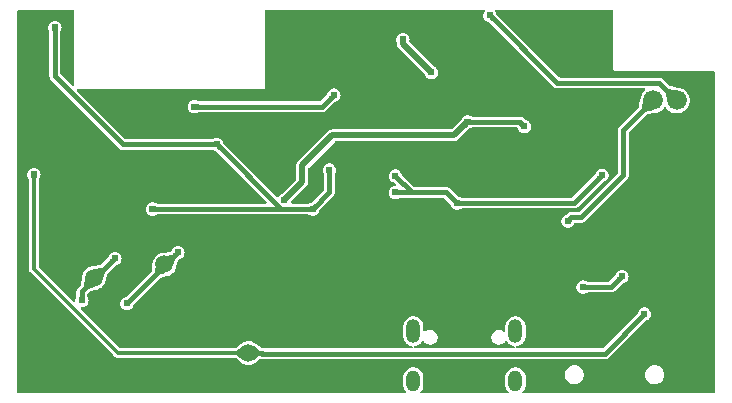
<source format=gbl>
G04 Layer: BottomLayer*
G04 EasyEDA v6.5.22, 2023-01-18 22:00:42*
G04 8e8bbbff4294455ebee03c083efee197,a9f00e695b414744abbaf3eb758947ea,10*
G04 Gerber Generator version 0.2*
G04 Scale: 100 percent, Rotated: No, Reflected: No *
G04 Dimensions in millimeters *
G04 leading zeros omitted , absolute positions ,4 integer and 5 decimal *
%FSLAX45Y45*%
%MOMM*%

%ADD10C,0.4000*%
%ADD11C,0.3000*%
%ADD12C,0.5000*%
%ADD13C,1.5000*%
%ADD14C,1.6764*%
%ADD15O,1.1999976X1.7999964*%
%ADD16O,1.1999976X1.9999959999999999*%
%ADD17C,0.6100*%
%ADD18C,0.6096*%
%ADD19C,0.0120*%

%LPD*%
G36*
X2068068Y5613908D02*
G01*
X2064156Y5614670D01*
X2060905Y5616905D01*
X2058670Y5620156D01*
X2057907Y5624068D01*
X2057907Y8853932D01*
X2058670Y8857843D01*
X2060905Y8861094D01*
X2064156Y8863330D01*
X2068068Y8864092D01*
X2529840Y8864092D01*
X2533751Y8863330D01*
X2537002Y8861094D01*
X2539238Y8857843D01*
X2540000Y8853932D01*
X2540000Y8223300D01*
X2539238Y8219389D01*
X2537002Y8216087D01*
X2533751Y8213902D01*
X2529840Y8213140D01*
X2525928Y8213902D01*
X2522677Y8216087D01*
X2423769Y8314994D01*
X2421585Y8318296D01*
X2420823Y8322157D01*
X2420823Y8668258D01*
X2422296Y8679992D01*
X2423160Y8682990D01*
X2427884Y8692946D01*
X2430424Y8702395D01*
X2431288Y8712200D01*
X2430424Y8722004D01*
X2427884Y8731504D01*
X2423718Y8740394D01*
X2418080Y8748420D01*
X2411120Y8755380D01*
X2403094Y8761018D01*
X2394204Y8765184D01*
X2384704Y8767724D01*
X2374900Y8768588D01*
X2365095Y8767724D01*
X2355596Y8765184D01*
X2346706Y8761018D01*
X2338679Y8755380D01*
X2331720Y8748420D01*
X2326081Y8740394D01*
X2321915Y8731504D01*
X2319375Y8722004D01*
X2318512Y8712200D01*
X2319375Y8702395D01*
X2321915Y8692946D01*
X2326640Y8682990D01*
X2327503Y8679992D01*
X2328976Y8668258D01*
X2329027Y8297164D01*
X2330246Y8288426D01*
X2332939Y8280400D01*
X2337054Y8273034D01*
X2342794Y8266125D01*
X2921050Y7687919D01*
X2928112Y7682585D01*
X2935681Y7678826D01*
X2943809Y7676540D01*
X2952699Y7675676D01*
X3702608Y7675676D01*
X3714343Y7674203D01*
X3717290Y7673340D01*
X3727246Y7668666D01*
X3731717Y7667447D01*
X3735273Y7665720D01*
X3745077Y7658100D01*
X4164431Y7238746D01*
X4166615Y7235444D01*
X4167378Y7231583D01*
X4166615Y7227671D01*
X4164431Y7224369D01*
X4161129Y7222185D01*
X4157218Y7221423D01*
X3244291Y7221423D01*
X3232556Y7222896D01*
X3229610Y7223759D01*
X3219653Y7228433D01*
X3210204Y7230973D01*
X3200400Y7231837D01*
X3190595Y7230973D01*
X3181146Y7228433D01*
X3172206Y7224318D01*
X3164179Y7218680D01*
X3157220Y7211720D01*
X3151581Y7203694D01*
X3147466Y7194753D01*
X3144926Y7185304D01*
X3144062Y7175500D01*
X3144926Y7165695D01*
X3147466Y7156246D01*
X3151581Y7147306D01*
X3157220Y7139279D01*
X3164179Y7132320D01*
X3172206Y7126681D01*
X3181146Y7122566D01*
X3190595Y7120026D01*
X3200400Y7119162D01*
X3210204Y7120026D01*
X3219653Y7122566D01*
X3229610Y7127240D01*
X3232556Y7128103D01*
X3244291Y7129576D01*
X4515408Y7129576D01*
X4527143Y7128103D01*
X4530090Y7127240D01*
X4540046Y7122566D01*
X4549495Y7120026D01*
X4559300Y7119162D01*
X4569104Y7120026D01*
X4578553Y7122566D01*
X4587494Y7126681D01*
X4595520Y7132320D01*
X4602480Y7139279D01*
X4608118Y7147306D01*
X4612233Y7156246D01*
X4613452Y7160717D01*
X4615180Y7164273D01*
X4622800Y7174077D01*
X4732680Y7284008D01*
X4738014Y7291070D01*
X4741773Y7298639D01*
X4744059Y7306767D01*
X4744923Y7315657D01*
X4744923Y7461808D01*
X4746396Y7473543D01*
X4747260Y7476490D01*
X4751933Y7486446D01*
X4754473Y7495895D01*
X4755337Y7505700D01*
X4754473Y7515504D01*
X4751933Y7524953D01*
X4747818Y7533894D01*
X4742180Y7541920D01*
X4735220Y7548880D01*
X4727194Y7554518D01*
X4718253Y7558633D01*
X4708804Y7561173D01*
X4699000Y7562037D01*
X4689195Y7561173D01*
X4679746Y7558633D01*
X4670806Y7554518D01*
X4662779Y7548880D01*
X4655820Y7541920D01*
X4650181Y7533894D01*
X4646066Y7524953D01*
X4643526Y7515504D01*
X4642662Y7505700D01*
X4643526Y7495895D01*
X4646066Y7486446D01*
X4650740Y7476490D01*
X4651603Y7473543D01*
X4653076Y7461808D01*
X4653076Y7338415D01*
X4652314Y7334554D01*
X4650130Y7331252D01*
X4557877Y7239000D01*
X4548073Y7231380D01*
X4544517Y7229652D01*
X4540046Y7228433D01*
X4530090Y7223759D01*
X4527143Y7222896D01*
X4515408Y7221423D01*
X4384243Y7221423D01*
X4380331Y7222185D01*
X4377029Y7224369D01*
X4374845Y7227671D01*
X4374083Y7231583D01*
X4374845Y7235444D01*
X4377029Y7238746D01*
X4506264Y7367930D01*
X4509414Y7371384D01*
X4512106Y7374890D01*
X4514494Y7378649D01*
X4516526Y7382611D01*
X4518253Y7386675D01*
X4519574Y7390942D01*
X4520539Y7395260D01*
X4521098Y7399680D01*
X4521301Y7404303D01*
X4521301Y7518501D01*
X4522063Y7522413D01*
X4524298Y7525664D01*
X4742535Y7743901D01*
X4745786Y7746136D01*
X4749698Y7746898D01*
X5752896Y7746898D01*
X5757519Y7747101D01*
X5761939Y7747660D01*
X5766257Y7748625D01*
X5770524Y7749946D01*
X5774588Y7751673D01*
X5778550Y7753705D01*
X5782310Y7756093D01*
X5785815Y7758785D01*
X5789269Y7761935D01*
X5884926Y7857642D01*
X5887770Y7859623D01*
X5896610Y7863840D01*
X5899607Y7864703D01*
X5911342Y7866176D01*
X6286144Y7866176D01*
X6290462Y7865262D01*
X6293967Y7862570D01*
X6295948Y7858658D01*
X6297015Y7854696D01*
X6301181Y7845806D01*
X6306820Y7837779D01*
X6313779Y7830820D01*
X6321806Y7825181D01*
X6330696Y7821015D01*
X6340195Y7818475D01*
X6350000Y7817612D01*
X6359804Y7818475D01*
X6369304Y7821015D01*
X6378194Y7825181D01*
X6386220Y7830820D01*
X6393180Y7837779D01*
X6398818Y7845806D01*
X6402984Y7854696D01*
X6405524Y7864195D01*
X6406388Y7874000D01*
X6405524Y7883804D01*
X6402984Y7893303D01*
X6398818Y7902194D01*
X6393180Y7910220D01*
X6386220Y7917180D01*
X6378194Y7922818D01*
X6369304Y7926984D01*
X6364782Y7928203D01*
X6361226Y7929930D01*
X6351270Y7937601D01*
X6342989Y7945831D01*
X6336030Y7951114D01*
X6328460Y7954873D01*
X6320332Y7957159D01*
X6311442Y7958023D01*
X5911342Y7958023D01*
X5899607Y7959496D01*
X5896610Y7960359D01*
X5886653Y7965084D01*
X5877204Y7967624D01*
X5867400Y7968488D01*
X5857595Y7967624D01*
X5848096Y7965084D01*
X5839206Y7960918D01*
X5831179Y7955280D01*
X5824220Y7948320D01*
X5818581Y7940294D01*
X5814974Y7932521D01*
X5812942Y7929625D01*
X5734964Y7851698D01*
X5731713Y7849463D01*
X5727801Y7848701D01*
X4724603Y7848701D01*
X4719980Y7848498D01*
X4715560Y7847939D01*
X4711242Y7846974D01*
X4706975Y7845653D01*
X4702911Y7843926D01*
X4698949Y7841894D01*
X4695190Y7839506D01*
X4691684Y7836814D01*
X4688230Y7833664D01*
X4434535Y7579969D01*
X4431385Y7576515D01*
X4428693Y7573009D01*
X4426305Y7569250D01*
X4424273Y7565288D01*
X4422546Y7561224D01*
X4421225Y7556957D01*
X4420260Y7552639D01*
X4419701Y7548219D01*
X4419498Y7543596D01*
X4419498Y7429398D01*
X4418736Y7425486D01*
X4416501Y7422235D01*
X4300423Y7306106D01*
X4297527Y7304074D01*
X4289806Y7300518D01*
X4281779Y7294880D01*
X4274820Y7287920D01*
X4269536Y7280351D01*
X4266285Y7277404D01*
X4262120Y7276033D01*
X4257751Y7276642D01*
X4254042Y7278979D01*
X3810000Y7723022D01*
X3802379Y7732826D01*
X3800652Y7736382D01*
X3799433Y7740853D01*
X3795318Y7749794D01*
X3789679Y7757820D01*
X3782720Y7764780D01*
X3774694Y7770418D01*
X3765753Y7774533D01*
X3756304Y7777073D01*
X3746500Y7777937D01*
X3736695Y7777073D01*
X3727246Y7774533D01*
X3717290Y7769859D01*
X3714343Y7768996D01*
X3702608Y7767523D01*
X2975457Y7767523D01*
X2971596Y7768285D01*
X2968294Y7770469D01*
X2564587Y8174177D01*
X2562402Y8177428D01*
X2561640Y8181340D01*
X2562402Y8185251D01*
X2564587Y8188502D01*
X2567889Y8190738D01*
X2571800Y8191500D01*
X4151884Y8191500D01*
X4152900Y8192516D01*
X4152900Y8853932D01*
X4153662Y8857843D01*
X4155897Y8861094D01*
X4159148Y8863330D01*
X4163060Y8864092D01*
X6005068Y8864092D01*
X6009386Y8863126D01*
X6012840Y8860485D01*
X6014872Y8856573D01*
X6015075Y8852154D01*
X6013399Y8848090D01*
X6009081Y8841994D01*
X6004966Y8833053D01*
X6002426Y8823604D01*
X6001562Y8813800D01*
X6002426Y8803995D01*
X6004966Y8794546D01*
X6009081Y8785606D01*
X6014720Y8777579D01*
X6021679Y8770620D01*
X6029706Y8764981D01*
X6038646Y8760866D01*
X6043117Y8759647D01*
X6046673Y8757920D01*
X6056477Y8750300D01*
X6598208Y8208619D01*
X6605270Y8203285D01*
X6612839Y8199526D01*
X6620967Y8197240D01*
X6629857Y8196376D01*
X7364730Y8196376D01*
X7368794Y8195564D01*
X7372197Y8193125D01*
X7374331Y8189569D01*
X7374890Y8185454D01*
X7373721Y8181492D01*
X7371080Y8178292D01*
X7367828Y8175701D01*
X7358024Y8165592D01*
X7349642Y8154314D01*
X7342733Y8142071D01*
X7337450Y8129066D01*
X7333894Y8115401D01*
X7332319Y8103717D01*
X7322921Y8043519D01*
X7321956Y8040522D01*
X7320076Y8037931D01*
X7153859Y7871663D01*
X7148575Y7864602D01*
X7144816Y7857032D01*
X7142480Y7848904D01*
X7141667Y7840014D01*
X7141667Y7482687D01*
X7140905Y7478826D01*
X7138670Y7475524D01*
X6815937Y7152741D01*
X6812635Y7150557D01*
X6808724Y7149795D01*
X6746494Y7149744D01*
X6737756Y7148525D01*
X6729730Y7145832D01*
X6722313Y7141667D01*
X6707073Y7129780D01*
X6703517Y7128052D01*
X6699046Y7126833D01*
X6690106Y7122718D01*
X6682079Y7117080D01*
X6675120Y7110120D01*
X6669481Y7102094D01*
X6665366Y7093153D01*
X6662826Y7083704D01*
X6661962Y7073900D01*
X6662826Y7064095D01*
X6665366Y7054646D01*
X6669481Y7045706D01*
X6675120Y7037679D01*
X6682079Y7030720D01*
X6690106Y7025081D01*
X6699046Y7020966D01*
X6708495Y7018426D01*
X6718300Y7017562D01*
X6728104Y7018426D01*
X6737553Y7020966D01*
X6746494Y7025081D01*
X6754520Y7030720D01*
X6761480Y7037679D01*
X6767118Y7045706D01*
X6770065Y7052106D01*
X6772300Y7055205D01*
X6775551Y7057237D01*
X6779259Y7057948D01*
X6833717Y7057999D01*
X6842455Y7059218D01*
X6850481Y7061911D01*
X6857898Y7066025D01*
X6864756Y7071766D01*
X7221270Y7428280D01*
X7226553Y7435342D01*
X7230313Y7442911D01*
X7232650Y7451039D01*
X7233462Y7459929D01*
X7233462Y7817256D01*
X7234224Y7821117D01*
X7236459Y7824419D01*
X7384999Y7973009D01*
X7387590Y7974888D01*
X7390638Y7975853D01*
X7451242Y7985252D01*
X7459014Y7986166D01*
X7472781Y7989316D01*
X7485989Y7994142D01*
X7498435Y8000644D01*
X7509967Y8008721D01*
X7520381Y8018170D01*
X7529474Y8028838D01*
X7532776Y8033867D01*
X7535468Y8036661D01*
X7539024Y8038236D01*
X7542885Y8038388D01*
X7546543Y8037017D01*
X7549438Y8034426D01*
X7557668Y8023352D01*
X7567472Y8013242D01*
X7578445Y8004505D01*
X7590485Y7997190D01*
X7603337Y7991500D01*
X7616799Y7987538D01*
X7630668Y7985252D01*
X7644739Y7984845D01*
X7658709Y7986166D01*
X7672425Y7989316D01*
X7685633Y7994142D01*
X7698079Y8000644D01*
X7709611Y8008721D01*
X7720025Y8018170D01*
X7729118Y8028838D01*
X7736789Y8040624D01*
X7742885Y8053324D01*
X7747304Y8066633D01*
X7749997Y8080451D01*
X7750911Y8094472D01*
X7749997Y8108492D01*
X7747304Y8122310D01*
X7742885Y8135620D01*
X7736789Y8148320D01*
X7729118Y8160105D01*
X7720025Y8170773D01*
X7709611Y8180222D01*
X7698079Y8188299D01*
X7685633Y8194802D01*
X7672425Y8199628D01*
X7658658Y8202777D01*
X7650429Y8203742D01*
X7590129Y8213090D01*
X7587081Y8214106D01*
X7584490Y8215985D01*
X7524445Y8275980D01*
X7517384Y8281314D01*
X7509814Y8285073D01*
X7501686Y8287359D01*
X7492796Y8288223D01*
X6652615Y8288223D01*
X6648754Y8288985D01*
X6645452Y8291169D01*
X6121400Y8815222D01*
X6113780Y8825026D01*
X6112052Y8828582D01*
X6110833Y8833053D01*
X6106718Y8841994D01*
X6102400Y8848090D01*
X6100724Y8852154D01*
X6100927Y8856573D01*
X6102959Y8860485D01*
X6106414Y8863126D01*
X6110732Y8864092D01*
X7088631Y8864092D01*
X7092543Y8863330D01*
X7095794Y8861094D01*
X7098030Y8857843D01*
X7098792Y8853932D01*
X7098792Y8369909D01*
X7099604Y8363407D01*
X7101687Y8357870D01*
X7105243Y8352739D01*
X7108240Y8349691D01*
X7111847Y8347049D01*
X7117384Y8344560D01*
X7124852Y8343392D01*
X7952231Y8343392D01*
X7956143Y8342630D01*
X7959394Y8340394D01*
X7961630Y8337143D01*
X7962392Y8333231D01*
X7962392Y5624068D01*
X7961630Y5620156D01*
X7959394Y5616905D01*
X7956143Y5614670D01*
X7952231Y5613908D01*
X6343497Y5613908D01*
X6339586Y5614670D01*
X6336334Y5616905D01*
X6334099Y5620156D01*
X6333337Y5624068D01*
X6334099Y5627979D01*
X6336334Y5631230D01*
X6339382Y5634329D01*
X6346748Y5644134D01*
X6352641Y5654903D01*
X6356908Y5666384D01*
X6359499Y5678373D01*
X6360414Y5690920D01*
X6360414Y5750204D01*
X6359499Y5762802D01*
X6356908Y5774791D01*
X6352641Y5786272D01*
X6346748Y5796991D01*
X6339382Y5806795D01*
X6330746Y5815482D01*
X6320942Y5822848D01*
X6310172Y5828690D01*
X6298692Y5833008D01*
X6286703Y5835599D01*
X6274511Y5836462D01*
X6262268Y5835599D01*
X6250279Y5833008D01*
X6238798Y5828690D01*
X6228080Y5822848D01*
X6218275Y5815482D01*
X6209588Y5806795D01*
X6202222Y5796991D01*
X6196380Y5786272D01*
X6192113Y5774791D01*
X6189472Y5762802D01*
X6188608Y5750204D01*
X6188608Y5690920D01*
X6189472Y5678373D01*
X6192113Y5666384D01*
X6196380Y5654903D01*
X6202222Y5644134D01*
X6209588Y5634329D01*
X6212687Y5631230D01*
X6214872Y5627979D01*
X6215634Y5624068D01*
X6214872Y5620156D01*
X6212687Y5616905D01*
X6209385Y5614670D01*
X6205474Y5613908D01*
X5478526Y5613908D01*
X5474614Y5614670D01*
X5471312Y5616905D01*
X5469128Y5620156D01*
X5468366Y5624068D01*
X5469128Y5627979D01*
X5471312Y5631230D01*
X5474411Y5634329D01*
X5481777Y5644134D01*
X5487619Y5654903D01*
X5491886Y5666384D01*
X5494528Y5678373D01*
X5495391Y5690920D01*
X5495391Y5750204D01*
X5494528Y5762802D01*
X5491886Y5774791D01*
X5487619Y5786272D01*
X5481777Y5796991D01*
X5474411Y5806795D01*
X5465724Y5815482D01*
X5455920Y5822848D01*
X5445201Y5828690D01*
X5433720Y5833008D01*
X5421731Y5835599D01*
X5409488Y5836462D01*
X5397296Y5835599D01*
X5385308Y5833008D01*
X5373827Y5828690D01*
X5363057Y5822848D01*
X5353253Y5815482D01*
X5344617Y5806795D01*
X5337251Y5796991D01*
X5331358Y5786272D01*
X5327091Y5774791D01*
X5324500Y5762802D01*
X5323586Y5750204D01*
X5323586Y5690920D01*
X5324500Y5678373D01*
X5327091Y5666384D01*
X5331358Y5654903D01*
X5337251Y5644134D01*
X5344617Y5634329D01*
X5347665Y5631230D01*
X5349900Y5627979D01*
X5350662Y5624068D01*
X5349900Y5620156D01*
X5347665Y5616905D01*
X5344414Y5614670D01*
X5340502Y5613908D01*
G37*

%LPC*%
G36*
X7449058Y5692444D02*
G01*
X7460843Y5692902D01*
X7472476Y5695035D01*
X7483652Y5698845D01*
X7494117Y5704230D01*
X7503718Y5711139D01*
X7512253Y5719318D01*
X7519466Y5728665D01*
X7525258Y5738977D01*
X7529474Y5750001D01*
X7532014Y5761532D01*
X7532878Y5773267D01*
X7532014Y5785053D01*
X7529474Y5796584D01*
X7525258Y5807608D01*
X7519466Y5817920D01*
X7512253Y5827268D01*
X7503718Y5835446D01*
X7494117Y5842355D01*
X7483652Y5847740D01*
X7472476Y5851550D01*
X7460843Y5853684D01*
X7449058Y5854141D01*
X7437323Y5852820D01*
X7425893Y5849823D01*
X7415022Y5845200D01*
X7404963Y5839053D01*
X7395870Y5831535D01*
X7387996Y5822746D01*
X7381494Y5812891D01*
X7376464Y5802172D01*
X7373061Y5790895D01*
X7371334Y5779211D01*
X7371334Y5767374D01*
X7373061Y5755690D01*
X7376464Y5744413D01*
X7381494Y5733694D01*
X7387996Y5723839D01*
X7395870Y5715050D01*
X7404963Y5707532D01*
X7415022Y5701385D01*
X7425893Y5696762D01*
X7437323Y5693765D01*
G37*
G36*
X6769049Y5692444D02*
G01*
X6780834Y5692902D01*
X6792468Y5695035D01*
X6803644Y5698845D01*
X6814108Y5704230D01*
X6823709Y5711139D01*
X6832244Y5719318D01*
X6839458Y5728665D01*
X6845249Y5738977D01*
X6849465Y5750001D01*
X6852005Y5761532D01*
X6852869Y5773267D01*
X6852005Y5785053D01*
X6849465Y5796584D01*
X6845249Y5807608D01*
X6839458Y5817920D01*
X6832244Y5827268D01*
X6823709Y5835446D01*
X6814108Y5842355D01*
X6803644Y5847740D01*
X6792468Y5851550D01*
X6780834Y5853684D01*
X6769049Y5854141D01*
X6757314Y5852820D01*
X6745884Y5849823D01*
X6735013Y5845200D01*
X6724954Y5839053D01*
X6715861Y5831535D01*
X6707987Y5822746D01*
X6701485Y5812891D01*
X6696456Y5802172D01*
X6693052Y5790895D01*
X6691325Y5779211D01*
X6691325Y5767374D01*
X6693052Y5755690D01*
X6696456Y5744413D01*
X6701485Y5733694D01*
X6707987Y5723839D01*
X6715861Y5715050D01*
X6724954Y5707532D01*
X6735013Y5701385D01*
X6745884Y5696762D01*
X6757314Y5693765D01*
G37*
G36*
X4009847Y5855462D02*
G01*
X4023309Y5855919D01*
X4036568Y5858154D01*
X4049471Y5862167D01*
X4061663Y5867806D01*
X4073093Y5875121D01*
X4077512Y5878728D01*
X4113377Y5903468D01*
X4117492Y5905144D01*
X4121962Y5904890D01*
X4123334Y5904534D01*
X4132224Y5903671D01*
X7030872Y5903722D01*
X7039609Y5904941D01*
X7047636Y5907633D01*
X7055002Y5911748D01*
X7061911Y5917488D01*
X7367422Y6223000D01*
X7377226Y6230620D01*
X7380782Y6232347D01*
X7385253Y6233566D01*
X7394194Y6237681D01*
X7402220Y6243320D01*
X7409180Y6250279D01*
X7414818Y6258306D01*
X7418933Y6267246D01*
X7421473Y6276695D01*
X7422337Y6286500D01*
X7421473Y6296304D01*
X7418933Y6305753D01*
X7414818Y6314694D01*
X7409180Y6322720D01*
X7402220Y6329680D01*
X7394194Y6335318D01*
X7385253Y6339433D01*
X7375804Y6341973D01*
X7366000Y6342837D01*
X7356195Y6341973D01*
X7346746Y6339433D01*
X7337806Y6335318D01*
X7329779Y6329680D01*
X7322820Y6322720D01*
X7317181Y6314694D01*
X7313066Y6305753D01*
X7311847Y6301282D01*
X7310120Y6297726D01*
X7302500Y6287922D01*
X7013041Y5998464D01*
X7009739Y5996279D01*
X7005878Y5995517D01*
X6289040Y5995517D01*
X6284874Y5996381D01*
X6281470Y5998870D01*
X6279337Y6002528D01*
X6278930Y6006693D01*
X6280200Y6010706D01*
X6282994Y6013856D01*
X6286855Y6015583D01*
X6298692Y6018174D01*
X6310172Y6022441D01*
X6320942Y6028334D01*
X6330746Y6035649D01*
X6339382Y6044336D01*
X6346748Y6054140D01*
X6352641Y6064910D01*
X6356908Y6076391D01*
X6359499Y6088329D01*
X6360414Y6100927D01*
X6360414Y6180226D01*
X6359499Y6192774D01*
X6356908Y6204762D01*
X6352641Y6216243D01*
X6346748Y6227013D01*
X6339382Y6236817D01*
X6330746Y6245453D01*
X6320942Y6252819D01*
X6310172Y6258712D01*
X6298692Y6262979D01*
X6286703Y6265570D01*
X6274511Y6266434D01*
X6262268Y6265570D01*
X6250279Y6262979D01*
X6238798Y6258712D01*
X6228080Y6252819D01*
X6218275Y6245453D01*
X6209588Y6236817D01*
X6202222Y6227013D01*
X6196380Y6216243D01*
X6192113Y6204762D01*
X6189472Y6192774D01*
X6188608Y6180226D01*
X6188608Y6147308D01*
X6187592Y6142939D01*
X6184798Y6139434D01*
X6180734Y6137452D01*
X6176264Y6137402D01*
X6172200Y6139332D01*
X6166662Y6143599D01*
X6157468Y6148578D01*
X6147562Y6151981D01*
X6137249Y6153708D01*
X6126734Y6153708D01*
X6116421Y6151981D01*
X6106515Y6148578D01*
X6097320Y6143599D01*
X6089091Y6137198D01*
X6081979Y6129477D01*
X6076238Y6120739D01*
X6072073Y6111138D01*
X6069482Y6100978D01*
X6068618Y6090564D01*
X6069482Y6080150D01*
X6072073Y6069990D01*
X6076238Y6060389D01*
X6081979Y6051651D01*
X6089091Y6043930D01*
X6097320Y6037529D01*
X6106515Y6032550D01*
X6116421Y6029147D01*
X6126734Y6027420D01*
X6137249Y6027420D01*
X6147562Y6029147D01*
X6157468Y6032550D01*
X6166662Y6037529D01*
X6174892Y6043930D01*
X6182004Y6051651D01*
X6184493Y6055461D01*
X6187440Y6058408D01*
X6191300Y6059881D01*
X6195466Y6059728D01*
X6199225Y6057900D01*
X6209588Y6044336D01*
X6218275Y6035649D01*
X6228080Y6028334D01*
X6238798Y6022441D01*
X6250279Y6018174D01*
X6262116Y6015583D01*
X6265976Y6013856D01*
X6268770Y6010706D01*
X6270091Y6006693D01*
X6269634Y6002528D01*
X6267500Y5998870D01*
X6264097Y5996381D01*
X6259982Y5995517D01*
X5424017Y5995517D01*
X5419902Y5996381D01*
X5416499Y5998870D01*
X5414365Y6002528D01*
X5413908Y6006693D01*
X5415229Y6010706D01*
X5418023Y6013856D01*
X5421884Y6015583D01*
X5433720Y6018174D01*
X5445201Y6022441D01*
X5455920Y6028334D01*
X5465724Y6035649D01*
X5474411Y6044336D01*
X5482082Y6054750D01*
X5484774Y6057900D01*
X5488533Y6059728D01*
X5492699Y6059881D01*
X5496560Y6058408D01*
X5499506Y6055461D01*
X5501995Y6051651D01*
X5509107Y6043930D01*
X5517337Y6037529D01*
X5526532Y6032550D01*
X5536438Y6029147D01*
X5546750Y6027420D01*
X5557266Y6027420D01*
X5567578Y6029147D01*
X5577484Y6032550D01*
X5586679Y6037529D01*
X5594908Y6043930D01*
X5602020Y6051651D01*
X5607761Y6060389D01*
X5611926Y6069990D01*
X5614517Y6080150D01*
X5615381Y6090564D01*
X5614517Y6100978D01*
X5611926Y6111138D01*
X5607761Y6120739D01*
X5602020Y6129477D01*
X5594908Y6137198D01*
X5586679Y6143599D01*
X5577484Y6148578D01*
X5567578Y6151981D01*
X5557266Y6153708D01*
X5546750Y6153708D01*
X5536438Y6151981D01*
X5526532Y6148578D01*
X5517337Y6143599D01*
X5511800Y6139332D01*
X5507736Y6137402D01*
X5503265Y6137452D01*
X5499201Y6139434D01*
X5496407Y6142939D01*
X5495391Y6147308D01*
X5495391Y6180226D01*
X5494528Y6192774D01*
X5491886Y6204762D01*
X5487619Y6216243D01*
X5481777Y6227013D01*
X5474411Y6236817D01*
X5465724Y6245453D01*
X5455920Y6252819D01*
X5445201Y6258712D01*
X5433720Y6262979D01*
X5421731Y6265570D01*
X5409488Y6266434D01*
X5397296Y6265570D01*
X5385308Y6262979D01*
X5373827Y6258712D01*
X5363057Y6252819D01*
X5353253Y6245453D01*
X5344617Y6236817D01*
X5337251Y6227013D01*
X5331358Y6216243D01*
X5327091Y6204762D01*
X5324500Y6192774D01*
X5323586Y6180226D01*
X5323586Y6100927D01*
X5324500Y6088329D01*
X5327091Y6076391D01*
X5331358Y6064910D01*
X5337251Y6054140D01*
X5344617Y6044336D01*
X5353253Y6035649D01*
X5363057Y6028334D01*
X5373827Y6022441D01*
X5385308Y6018174D01*
X5397144Y6015583D01*
X5401005Y6013856D01*
X5403799Y6010706D01*
X5405069Y6006693D01*
X5404662Y6002528D01*
X5402529Y5998870D01*
X5399125Y5996381D01*
X5395010Y5995517D01*
X4151172Y5995517D01*
X4146600Y5996584D01*
X4141622Y5999073D01*
X4133443Y6001359D01*
X4125823Y6002070D01*
X4123334Y6002680D01*
X4120997Y6003848D01*
X4077512Y6033871D01*
X4073093Y6037478D01*
X4061663Y6044793D01*
X4049471Y6050432D01*
X4036568Y6054445D01*
X4023309Y6056680D01*
X4009847Y6057138D01*
X3996436Y6055766D01*
X3983329Y6052667D01*
X3970731Y6047790D01*
X3958945Y6041339D01*
X3947312Y6032703D01*
X3904894Y5999378D01*
X3901948Y5997752D01*
X3898595Y5997194D01*
X2929432Y5997194D01*
X2925572Y5997956D01*
X2922270Y6000191D01*
X2595270Y6327140D01*
X2593035Y6330594D01*
X2592324Y6334658D01*
X2593289Y6338620D01*
X2595727Y6341922D01*
X2599283Y6344005D01*
X2613304Y6345326D01*
X2622753Y6347866D01*
X2631694Y6351981D01*
X2639720Y6357620D01*
X2646680Y6364579D01*
X2652318Y6372606D01*
X2656433Y6381546D01*
X2658973Y6390995D01*
X2659837Y6400800D01*
X2658973Y6410604D01*
X2656433Y6420053D01*
X2651760Y6430010D01*
X2650896Y6432956D01*
X2649423Y6444691D01*
X2649423Y6453784D01*
X2650185Y6457645D01*
X2652369Y6460947D01*
X2666542Y6475120D01*
X2668574Y6476695D01*
X2671013Y6477711D01*
X2723286Y6492189D01*
X2728417Y6493154D01*
X2741371Y6497167D01*
X2753563Y6502806D01*
X2764942Y6510070D01*
X2775254Y6518757D01*
X2784297Y6528765D01*
X2791917Y6539890D01*
X2797962Y6551930D01*
X2802432Y6564680D01*
X2804210Y6573113D01*
X2818688Y6625386D01*
X2819704Y6627825D01*
X2821279Y6629857D01*
X2884322Y6692900D01*
X2894126Y6700520D01*
X2897682Y6702247D01*
X2902153Y6703466D01*
X2911094Y6707581D01*
X2919120Y6713220D01*
X2926080Y6720179D01*
X2931718Y6728206D01*
X2935833Y6737146D01*
X2938373Y6746595D01*
X2939237Y6756400D01*
X2938373Y6766204D01*
X2935833Y6775653D01*
X2931718Y6784594D01*
X2926080Y6792620D01*
X2919120Y6799580D01*
X2911094Y6805218D01*
X2902153Y6809333D01*
X2892704Y6811873D01*
X2882900Y6812737D01*
X2873095Y6811873D01*
X2863646Y6809333D01*
X2854706Y6805218D01*
X2846679Y6799580D01*
X2839720Y6792620D01*
X2834081Y6784594D01*
X2829966Y6775653D01*
X2828747Y6771182D01*
X2827020Y6767626D01*
X2819400Y6757822D01*
X2761335Y6699758D01*
X2758490Y6697776D01*
X2755138Y6696811D01*
X2704947Y6692087D01*
X2701747Y6692138D01*
X2688336Y6690766D01*
X2675229Y6687667D01*
X2662631Y6682790D01*
X2650794Y6676339D01*
X2639974Y6668363D01*
X2630271Y6658965D01*
X2621940Y6648399D01*
X2615082Y6636816D01*
X2609799Y6624370D01*
X2606243Y6611416D01*
X2604414Y6598005D01*
X2604312Y6591808D01*
X2599588Y6541262D01*
X2598623Y6537909D01*
X2596642Y6535064D01*
X2569819Y6508191D01*
X2564485Y6501130D01*
X2560726Y6493560D01*
X2558440Y6485432D01*
X2557576Y6476542D01*
X2557576Y6444691D01*
X2556103Y6432956D01*
X2555240Y6430010D01*
X2550566Y6420053D01*
X2548026Y6410604D01*
X2546705Y6396583D01*
X2544622Y6393027D01*
X2541320Y6390589D01*
X2537358Y6389624D01*
X2533294Y6390335D01*
X2529840Y6392570D01*
X2240991Y6681470D01*
X2238756Y6684772D01*
X2237994Y6688632D01*
X2237994Y7419695D01*
X2238654Y7423200D01*
X2242718Y7434325D01*
X2245918Y7439406D01*
X2250033Y7448346D01*
X2252573Y7457795D01*
X2253437Y7467600D01*
X2252573Y7477404D01*
X2250033Y7486853D01*
X2245918Y7495794D01*
X2240280Y7503820D01*
X2233320Y7510780D01*
X2225294Y7516418D01*
X2216353Y7520533D01*
X2206904Y7523073D01*
X2197100Y7523937D01*
X2187295Y7523073D01*
X2177846Y7520533D01*
X2168906Y7516418D01*
X2160879Y7510780D01*
X2153920Y7503820D01*
X2148281Y7495794D01*
X2144166Y7486853D01*
X2141626Y7477404D01*
X2140762Y7467600D01*
X2141626Y7457795D01*
X2144166Y7448346D01*
X2148281Y7439406D01*
X2151481Y7434325D01*
X2155545Y7423200D01*
X2156206Y7419695D01*
X2156206Y6668008D01*
X2157018Y6659524D01*
X2159355Y6651853D01*
X2163114Y6644792D01*
X2168550Y6638239D01*
X2879039Y5927750D01*
X2885592Y5922314D01*
X2892653Y5918555D01*
X2900324Y5916218D01*
X2908808Y5915406D01*
X3898595Y5915406D01*
X3901948Y5914847D01*
X3904894Y5913221D01*
X3947312Y5879896D01*
X3958945Y5871260D01*
X3970731Y5864809D01*
X3983329Y5859932D01*
X3996436Y5856833D01*
G37*
G36*
X2984500Y6319062D02*
G01*
X2994304Y6319926D01*
X3003753Y6322466D01*
X3012694Y6326581D01*
X3020720Y6332220D01*
X3027680Y6339179D01*
X3033318Y6347206D01*
X3037433Y6356146D01*
X3038652Y6360617D01*
X3040380Y6364173D01*
X3048000Y6373977D01*
X3263442Y6589420D01*
X3265474Y6590995D01*
X3267913Y6592011D01*
X3320186Y6606489D01*
X3325317Y6607454D01*
X3338271Y6611467D01*
X3350463Y6617106D01*
X3361842Y6624370D01*
X3372154Y6633057D01*
X3381197Y6643065D01*
X3388817Y6654190D01*
X3394862Y6666230D01*
X3399332Y6678980D01*
X3401110Y6687413D01*
X3415537Y6739585D01*
X3416909Y6742531D01*
X3419195Y6744919D01*
X3427526Y6751320D01*
X3431082Y6753047D01*
X3435553Y6754266D01*
X3444494Y6758381D01*
X3452520Y6764020D01*
X3459479Y6770979D01*
X3465118Y6779006D01*
X3469233Y6787946D01*
X3471773Y6797395D01*
X3472637Y6807200D01*
X3471773Y6817004D01*
X3469233Y6826453D01*
X3465118Y6835394D01*
X3459479Y6843420D01*
X3452520Y6850380D01*
X3444494Y6856018D01*
X3435553Y6860133D01*
X3426104Y6862673D01*
X3416300Y6863537D01*
X3406495Y6862673D01*
X3397046Y6860133D01*
X3388106Y6856018D01*
X3380079Y6850380D01*
X3373120Y6843420D01*
X3367481Y6835394D01*
X3363366Y6826453D01*
X3362147Y6821982D01*
X3360420Y6818426D01*
X3357727Y6814972D01*
X3354578Y6812229D01*
X3350615Y6811009D01*
X3301847Y6806387D01*
X3298647Y6806438D01*
X3285236Y6805066D01*
X3272129Y6801967D01*
X3259531Y6797090D01*
X3247694Y6790639D01*
X3236874Y6782663D01*
X3227171Y6773265D01*
X3218840Y6762699D01*
X3211982Y6751116D01*
X3206699Y6738670D01*
X3203143Y6725716D01*
X3201314Y6712305D01*
X3201212Y6706108D01*
X3196488Y6655562D01*
X3195523Y6652209D01*
X3193542Y6649364D01*
X2983077Y6438900D01*
X2973273Y6431280D01*
X2969717Y6429552D01*
X2965246Y6428333D01*
X2956306Y6424218D01*
X2948279Y6418580D01*
X2941320Y6411620D01*
X2935681Y6403594D01*
X2931566Y6394653D01*
X2929026Y6385204D01*
X2928162Y6375400D01*
X2929026Y6365595D01*
X2931566Y6356146D01*
X2935681Y6347206D01*
X2941320Y6339179D01*
X2948279Y6332220D01*
X2956306Y6326581D01*
X2965246Y6322466D01*
X2974695Y6319926D01*
G37*
G36*
X6845300Y6458762D02*
G01*
X6855104Y6459626D01*
X6864553Y6462166D01*
X6874509Y6466840D01*
X6877456Y6467703D01*
X6889191Y6469176D01*
X7088378Y6469227D01*
X7097115Y6470446D01*
X7105142Y6473139D01*
X7112508Y6477254D01*
X7119416Y6482994D01*
X7176922Y6540500D01*
X7186726Y6548120D01*
X7190282Y6549847D01*
X7194753Y6551066D01*
X7203694Y6555181D01*
X7211720Y6560820D01*
X7218680Y6567779D01*
X7224318Y6575806D01*
X7228433Y6584746D01*
X7230973Y6594195D01*
X7231837Y6604000D01*
X7230973Y6613804D01*
X7228433Y6623253D01*
X7224318Y6632194D01*
X7218680Y6640220D01*
X7211720Y6647180D01*
X7203694Y6652818D01*
X7194753Y6656933D01*
X7185304Y6659473D01*
X7175500Y6660337D01*
X7165695Y6659473D01*
X7156246Y6656933D01*
X7147306Y6652818D01*
X7139279Y6647180D01*
X7132320Y6640220D01*
X7126681Y6632194D01*
X7122566Y6623253D01*
X7121347Y6618782D01*
X7119620Y6615226D01*
X7112000Y6605422D01*
X7070547Y6563969D01*
X7067245Y6561785D01*
X7063384Y6561023D01*
X6889191Y6561023D01*
X6877456Y6562496D01*
X6874509Y6563359D01*
X6864553Y6568033D01*
X6855104Y6570573D01*
X6845300Y6571437D01*
X6835495Y6570573D01*
X6826046Y6568033D01*
X6817106Y6563918D01*
X6809079Y6558280D01*
X6802120Y6551320D01*
X6796481Y6543294D01*
X6792366Y6534353D01*
X6789826Y6524904D01*
X6788962Y6515100D01*
X6789826Y6505295D01*
X6792366Y6495846D01*
X6796481Y6486906D01*
X6802120Y6478879D01*
X6809079Y6471920D01*
X6817106Y6466281D01*
X6826046Y6462166D01*
X6835495Y6459626D01*
G37*
G36*
X5778500Y7169962D02*
G01*
X5788304Y7170826D01*
X5797753Y7173366D01*
X5807710Y7178040D01*
X5810656Y7178903D01*
X5822391Y7180376D01*
X6774078Y7180427D01*
X6782816Y7181646D01*
X6790842Y7184339D01*
X6798208Y7188453D01*
X6805117Y7194194D01*
X7008926Y7398003D01*
X7018731Y7405624D01*
X7022287Y7407351D01*
X7026757Y7408570D01*
X7035698Y7412685D01*
X7043724Y7418324D01*
X7050684Y7425283D01*
X7056323Y7433309D01*
X7060438Y7442250D01*
X7062978Y7451699D01*
X7063841Y7461503D01*
X7062978Y7471308D01*
X7060438Y7480757D01*
X7056323Y7489698D01*
X7050684Y7497724D01*
X7043724Y7504684D01*
X7035698Y7510322D01*
X7026757Y7514437D01*
X7017308Y7516977D01*
X7007504Y7517841D01*
X6997700Y7516977D01*
X6988251Y7514437D01*
X6979310Y7510322D01*
X6971284Y7504684D01*
X6964324Y7497724D01*
X6958685Y7489698D01*
X6954570Y7480757D01*
X6953351Y7476286D01*
X6951624Y7472730D01*
X6944004Y7462926D01*
X6756247Y7275169D01*
X6752945Y7272985D01*
X6749084Y7272223D01*
X5822391Y7272223D01*
X5810656Y7273696D01*
X5807710Y7274559D01*
X5797753Y7279233D01*
X5793282Y7280452D01*
X5789726Y7282180D01*
X5779922Y7289800D01*
X5720791Y7348880D01*
X5713730Y7354214D01*
X5706160Y7357973D01*
X5698032Y7360259D01*
X5689142Y7361123D01*
X5420715Y7361123D01*
X5416854Y7361885D01*
X5413552Y7364069D01*
X5321300Y7456322D01*
X5313680Y7466126D01*
X5311952Y7469682D01*
X5310733Y7474153D01*
X5306618Y7483094D01*
X5300980Y7491120D01*
X5294020Y7498080D01*
X5285994Y7503718D01*
X5277053Y7507833D01*
X5267604Y7510373D01*
X5257800Y7511237D01*
X5247995Y7510373D01*
X5238546Y7507833D01*
X5229606Y7503718D01*
X5221579Y7498080D01*
X5214620Y7491120D01*
X5208981Y7483094D01*
X5204866Y7474153D01*
X5202326Y7464704D01*
X5201462Y7454900D01*
X5202326Y7445095D01*
X5204866Y7435646D01*
X5208981Y7426706D01*
X5214620Y7418679D01*
X5221579Y7411720D01*
X5229606Y7406081D01*
X5238546Y7401966D01*
X5243017Y7400747D01*
X5246573Y7399020D01*
X5256377Y7391400D01*
X5259324Y7388453D01*
X5261508Y7385253D01*
X5262321Y7381544D01*
X5261711Y7377785D01*
X5259730Y7374483D01*
X5256733Y7372197D01*
X5253024Y7371130D01*
X5247995Y7370673D01*
X5238546Y7368133D01*
X5229606Y7364018D01*
X5221579Y7358380D01*
X5214620Y7351420D01*
X5208981Y7343394D01*
X5204866Y7334453D01*
X5202326Y7325004D01*
X5201462Y7315200D01*
X5202326Y7305395D01*
X5204866Y7295946D01*
X5208981Y7287006D01*
X5214620Y7278979D01*
X5221579Y7272020D01*
X5229606Y7266381D01*
X5238546Y7262266D01*
X5247995Y7259726D01*
X5257800Y7258862D01*
X5267604Y7259726D01*
X5277053Y7262266D01*
X5287010Y7266940D01*
X5289956Y7267803D01*
X5301691Y7269276D01*
X5666384Y7269276D01*
X5670245Y7268514D01*
X5673547Y7266330D01*
X5715000Y7224877D01*
X5722620Y7215073D01*
X5724347Y7211517D01*
X5725566Y7207046D01*
X5729681Y7198106D01*
X5735320Y7190079D01*
X5742279Y7183120D01*
X5750306Y7177481D01*
X5759246Y7173366D01*
X5768695Y7170826D01*
G37*
G36*
X3556000Y7985810D02*
G01*
X3565804Y7986674D01*
X3575253Y7989214D01*
X3585210Y7993888D01*
X3588156Y7994751D01*
X3599891Y7996224D01*
X4640326Y7996275D01*
X4649063Y7997494D01*
X4657090Y8000187D01*
X4664456Y8004302D01*
X4671364Y8010042D01*
X4738522Y8077200D01*
X4748326Y8084820D01*
X4751882Y8086547D01*
X4756353Y8087766D01*
X4765294Y8091881D01*
X4773320Y8097520D01*
X4780280Y8104479D01*
X4785918Y8112506D01*
X4790033Y8121446D01*
X4792573Y8130895D01*
X4793437Y8140700D01*
X4792573Y8150504D01*
X4790033Y8159953D01*
X4785918Y8168894D01*
X4780280Y8176920D01*
X4773320Y8183880D01*
X4765294Y8189518D01*
X4756353Y8193633D01*
X4746904Y8196173D01*
X4737100Y8197037D01*
X4727295Y8196173D01*
X4717846Y8193633D01*
X4708906Y8189518D01*
X4700879Y8183880D01*
X4693920Y8176920D01*
X4688281Y8168894D01*
X4684166Y8159953D01*
X4682947Y8155482D01*
X4681220Y8151926D01*
X4673600Y8142122D01*
X4622495Y8091017D01*
X4619193Y8088833D01*
X4615332Y8088071D01*
X3599891Y8088071D01*
X3588156Y8089544D01*
X3585159Y8090408D01*
X3575253Y8095081D01*
X3565804Y8097621D01*
X3556000Y8098485D01*
X3546195Y8097621D01*
X3536746Y8095081D01*
X3527806Y8090966D01*
X3519779Y8085328D01*
X3512820Y8078368D01*
X3507181Y8070342D01*
X3503066Y8061401D01*
X3500526Y8051952D01*
X3499662Y8042148D01*
X3500526Y8032343D01*
X3503066Y8022894D01*
X3507181Y8013953D01*
X3512820Y8005927D01*
X3519779Y7998968D01*
X3527806Y7993329D01*
X3536746Y7989214D01*
X3546195Y7986674D01*
G37*
G36*
X5562600Y8274862D02*
G01*
X5572404Y8275726D01*
X5581853Y8278266D01*
X5590794Y8282381D01*
X5598820Y8288020D01*
X5605780Y8294979D01*
X5611418Y8303006D01*
X5615533Y8311946D01*
X5618073Y8321395D01*
X5618937Y8331200D01*
X5618073Y8341004D01*
X5615533Y8350453D01*
X5611418Y8359394D01*
X5605780Y8367420D01*
X5598820Y8374380D01*
X5590794Y8380018D01*
X5583072Y8383574D01*
X5580176Y8385606D01*
X5378450Y8587333D01*
X5376418Y8590229D01*
X5375503Y8593632D01*
X5375808Y8597188D01*
X5376773Y8600795D01*
X5377637Y8610600D01*
X5376773Y8620404D01*
X5374233Y8629853D01*
X5370118Y8638794D01*
X5364480Y8646820D01*
X5357520Y8653780D01*
X5349494Y8659418D01*
X5340553Y8663533D01*
X5331104Y8666073D01*
X5321300Y8666937D01*
X5311495Y8666073D01*
X5302046Y8663533D01*
X5293106Y8659418D01*
X5285079Y8653780D01*
X5278120Y8646820D01*
X5272481Y8638794D01*
X5268366Y8629853D01*
X5265826Y8620404D01*
X5264962Y8610600D01*
X5265826Y8600795D01*
X5268366Y8591346D01*
X5269433Y8589010D01*
X5270398Y8584692D01*
X5270398Y8572703D01*
X5270601Y8568080D01*
X5271160Y8563660D01*
X5272125Y8559342D01*
X5273446Y8555075D01*
X5275173Y8551011D01*
X5277205Y8547049D01*
X5279593Y8543290D01*
X5282285Y8539784D01*
X5285435Y8536330D01*
X5508193Y8313623D01*
X5510225Y8310727D01*
X5513781Y8303006D01*
X5519420Y8294979D01*
X5526379Y8288020D01*
X5534406Y8282381D01*
X5543346Y8278266D01*
X5552795Y8275726D01*
G37*

%LPD*%
G36*
X6088329Y8815730D02*
G01*
X6055969Y8783370D01*
X6073089Y8770315D01*
X6101384Y8798610D01*
G37*
G36*
X6733489Y7117384D02*
G01*
X6716369Y7104329D01*
X6748729Y7071969D01*
X6761784Y7089089D01*
G37*
G36*
X7145070Y6605930D02*
G01*
X7132015Y6588810D01*
X7160310Y6560515D01*
X7177430Y6573570D01*
G37*
G36*
X6865467Y6537959D02*
G01*
X6865467Y6492240D01*
X6886803Y6495084D01*
X6886803Y6535115D01*
G37*
G36*
X5984849Y6583832D02*
G01*
X5987745Y6562496D01*
X6027724Y6562496D01*
X6030569Y6583832D01*
G37*
G36*
X5288229Y7456830D02*
G01*
X5255869Y7424470D01*
X5272989Y7411415D01*
X5301284Y7439710D01*
G37*
G36*
X3220567Y7198359D02*
G01*
X3220567Y7152640D01*
X3241903Y7155484D01*
X3241903Y7195515D01*
G37*
G36*
X7071410Y7790484D02*
G01*
X7043115Y7762189D01*
X7056170Y7745069D01*
X7088530Y7777429D01*
G37*
G36*
X2583484Y6442303D02*
G01*
X2580640Y6420967D01*
X2626360Y6420967D01*
X2623515Y6442303D01*
G37*
G36*
X2999689Y6418884D02*
G01*
X2982569Y6405829D01*
X3014929Y6373469D01*
X3027984Y6390589D01*
G37*
G36*
X3385870Y6809130D02*
G01*
X3372815Y6792010D01*
X3401110Y6763715D01*
X3418230Y6776770D01*
G37*
G36*
X2852470Y6758330D02*
G01*
X2839415Y6741210D01*
X2867710Y6712915D01*
X2884830Y6725970D01*
G37*
G36*
X5117998Y8033715D02*
G01*
X5096510Y8033105D01*
X5103368Y7987893D01*
X5124043Y7993684D01*
G37*
G36*
X6548170Y8155330D02*
G01*
X6535115Y8138210D01*
X6563410Y8109915D01*
X6580530Y8122970D01*
G37*
G36*
X4574489Y7218984D02*
G01*
X4557369Y7205929D01*
X4589729Y7173569D01*
X4602784Y7190689D01*
G37*
G36*
X4539132Y7198359D02*
G01*
X4517796Y7195515D01*
X4517796Y7155484D01*
X4539132Y7152640D01*
G37*
G36*
X5298440Y8590432D02*
G01*
X5296306Y8572500D01*
X5346293Y8572500D01*
X5344160Y8590432D01*
G37*
G36*
X5550916Y8378240D02*
G01*
X5515559Y8342884D01*
X5532170Y8329269D01*
X5564530Y8361629D01*
G37*
G36*
X7041184Y6772503D02*
G01*
X7038340Y6751167D01*
X7084059Y6751167D01*
X7081215Y6772503D01*
G37*
G36*
X7780070Y7685430D02*
G01*
X7767015Y7668310D01*
X7795310Y7640015D01*
X7812430Y7653070D01*
G37*
G36*
X6977075Y7463434D02*
G01*
X6964019Y7446314D01*
X6992315Y7418019D01*
X7009434Y7431074D01*
G37*
G36*
X3576167Y8065008D02*
G01*
X3576167Y8019288D01*
X3597503Y8022132D01*
X3597503Y8062163D01*
G37*
G36*
X4706670Y8142630D02*
G01*
X4693615Y8125510D01*
X4721910Y8097215D01*
X4739030Y8110270D01*
G37*
G36*
X5367070Y7215530D02*
G01*
X5357571Y7194854D01*
X5378754Y7173671D01*
X5399430Y7183170D01*
G37*
G36*
X4853940Y7345832D02*
G01*
X4861814Y7324496D01*
X4891786Y7324496D01*
X4899660Y7345832D01*
G37*
G36*
X4861814Y7013803D02*
G01*
X4853940Y6992467D01*
X4899660Y6992467D01*
X4891786Y7013803D01*
G37*
G36*
X4907229Y6970623D02*
G01*
X4871364Y6942328D01*
X4890668Y6930390D01*
X4914392Y6949084D01*
G37*
G36*
X4896967Y6995159D02*
G01*
X4896967Y6949440D01*
X4918303Y6957314D01*
X4918303Y6987286D01*
G37*
G36*
X5277967Y7338059D02*
G01*
X5277967Y7292340D01*
X5299303Y7295184D01*
X5299303Y7335215D01*
G37*
G36*
X4329684Y7298740D02*
G01*
X4316069Y7282129D01*
X4348429Y7249769D01*
X4365040Y7263384D01*
G37*
G36*
X4676140Y7485532D02*
G01*
X4678984Y7464196D01*
X4719015Y7464196D01*
X4721860Y7485532D01*
G37*
G36*
X5527141Y6358229D02*
G01*
X5527192Y6312509D01*
X5548528Y6315405D01*
X5548477Y6355384D01*
G37*
G36*
X5488178Y6375247D02*
G01*
X5466994Y6354013D01*
X5476595Y6333388D01*
X5508853Y6365748D01*
G37*
G36*
X6156756Y6360109D02*
G01*
X6135420Y6357162D01*
X6135573Y6317183D01*
X6156909Y6314389D01*
G37*
G36*
X6192215Y6380784D02*
G01*
X6175095Y6367729D01*
X6207404Y6335369D01*
X6220460Y6352489D01*
G37*
G36*
X6365240Y6825132D02*
G01*
X6368084Y6803796D01*
X6408115Y6803796D01*
X6410960Y6825132D01*
G37*
G36*
X5798667Y7249159D02*
G01*
X5798667Y7203440D01*
X5820003Y7206284D01*
X5820003Y7246315D01*
G37*
G36*
X5763310Y7269784D02*
G01*
X5735015Y7241489D01*
X5748070Y7224369D01*
X5780430Y7256729D01*
G37*
G36*
X3726332Y7744459D02*
G01*
X3704996Y7741615D01*
X3704996Y7701584D01*
X3726332Y7698740D01*
G37*
G36*
X3776929Y7723530D02*
G01*
X3744569Y7691170D01*
X3761689Y7678115D01*
X3789984Y7706410D01*
G37*
G36*
X2174240Y7447432D02*
G01*
X2182114Y7426096D01*
X2212086Y7426096D01*
X2219960Y7447432D01*
G37*
G36*
X7335570Y6288430D02*
G01*
X7322515Y6271310D01*
X7350810Y6243015D01*
X7367930Y6256070D01*
G37*
G36*
X2352040Y8692032D02*
G01*
X2354884Y8670696D01*
X2394915Y8670696D01*
X2397760Y8692032D01*
G37*
G36*
X5836970Y7914030D02*
G01*
X5820359Y7900416D01*
X5855716Y7865059D01*
X5869330Y7881670D01*
G37*
G36*
X5887567Y7934959D02*
G01*
X5887567Y7889240D01*
X5908903Y7892084D01*
X5908903Y7932115D01*
G37*
G36*
X6334760Y7917484D02*
G01*
X6306515Y7889240D01*
X6319570Y7872069D01*
X6351930Y7904429D01*
G37*
G36*
X2770479Y6672275D02*
G01*
X2706979Y6666280D01*
X2779268Y6580022D01*
X2796286Y6641490D01*
G37*
G36*
X2630119Y6589420D02*
G01*
X2624124Y6525920D01*
X2654909Y6500114D01*
X2716377Y6517131D01*
G37*
G36*
X3367379Y6786575D02*
G01*
X3303879Y6780580D01*
X3376168Y6694322D01*
X3393186Y6755790D01*
G37*
G36*
X3227019Y6703720D02*
G01*
X3221024Y6640220D01*
X3251809Y6614414D01*
X3313277Y6631431D01*
G37*
G36*
X3963568Y6012535D02*
G01*
X3911092Y5971286D01*
X3911092Y5941314D01*
X3963568Y5900064D01*
G37*
G36*
X4062831Y6012535D02*
G01*
X4062831Y5900064D01*
X4115308Y5936284D01*
X4115308Y5976315D01*
G37*
G36*
X7357922Y8099704D02*
G01*
X7346746Y8027924D01*
X7375042Y7999628D01*
X7446822Y8010804D01*
G37*
G36*
X7574635Y8189315D02*
G01*
X7546390Y8161020D01*
X7557566Y8089239D01*
X7646466Y8178139D01*
G37*
D10*
X3416300Y6807200D02*
G01*
X2984500Y6375400D01*
X2882900Y6756400D02*
G01*
X2603500Y6477000D01*
X2603500Y6400800D01*
D11*
X4013200Y5956300D02*
G01*
X2908300Y5956300D01*
X2197100Y6667500D01*
X2197100Y7467600D01*
D10*
X5778500Y7226300D02*
G01*
X6772297Y7226300D01*
X7007501Y7461504D01*
D12*
X5562600Y8331200D02*
G01*
X5321300Y8572500D01*
X5321300Y8610600D01*
D10*
X3746500Y7721600D02*
G01*
X2952241Y7721600D01*
X2374900Y8298942D01*
X2374900Y8712200D01*
X7810500Y7683500D02*
G01*
X7061200Y6934200D01*
X7061200Y6731000D01*
D11*
X4876800Y7366000D02*
G01*
X4876800Y6972300D01*
D10*
X6177025Y6337300D02*
G01*
X5506974Y6335268D01*
X6388100Y6845300D02*
G01*
X6388100Y6548399D01*
X6177000Y6337300D01*
X3556000Y8042150D02*
G01*
X4638550Y8042150D01*
X4737100Y8140700D01*
X5778500Y7226300D02*
G01*
X5689600Y7315200D01*
X5257800Y7315200D01*
D11*
X4876800Y6972300D02*
G01*
X4876800Y6965442D01*
X5506976Y6335265D01*
D10*
X4699000Y7505700D02*
G01*
X4699000Y7315200D01*
X4559300Y7175500D01*
X4559300Y7175500D02*
G01*
X4292600Y7175500D01*
X3746500Y7721600D01*
D12*
X5867400Y7912100D02*
G01*
X5753100Y7797800D01*
X4724400Y7797800D01*
X4470400Y7543800D01*
X4470400Y7404100D01*
X4318000Y7251700D01*
D11*
X5397500Y7213600D02*
G01*
X5156200Y6972300D01*
X4876800Y6972300D01*
D10*
X5867400Y7912100D02*
G01*
X6311900Y7912100D01*
X6350000Y7874000D01*
X6578600Y8153400D02*
G01*
X6438900Y8013700D01*
X5086200Y8013700D01*
X5080000Y8007504D01*
X4292600Y7175500D02*
G01*
X3200400Y7175500D01*
X5689600Y7315200D02*
G01*
X5397500Y7315200D01*
X5257800Y7454900D01*
X7366000Y6286500D02*
G01*
X7029096Y5949596D01*
X4131739Y5949596D01*
X4125038Y5956300D01*
X4013200Y5956300D01*
X6007724Y6336786D02*
G01*
X6007724Y6604000D01*
X5867400Y8013700D02*
G01*
X6819900Y8013700D01*
X7086600Y7747000D01*
X6845300Y6515100D02*
G01*
X7086600Y6515100D01*
X7175500Y6604000D01*
X7441565Y8094471D02*
G01*
X7187565Y7840471D01*
X7187565Y7459471D01*
X6831965Y7103871D01*
X6748272Y7103871D01*
X6718300Y7073900D01*
X7641081Y8094471D02*
G01*
X7493254Y8242300D01*
X6629400Y8242300D01*
X6057900Y8813800D01*
D13*
G01*
X4013200Y5956300D03*
G01*
X3302000Y6705600D03*
G01*
X2705100Y6591300D03*
D14*
G01*
X7641209Y8094471D03*
G01*
X7441565Y8094471D03*
D15*
G01*
X6274511Y5720587D03*
D16*
G01*
X6274511Y6140577D03*
G01*
X5409488Y6140577D03*
D15*
G01*
X5409488Y5720587D03*
D17*
G01*
X6350000Y7874000D03*
G01*
X5867400Y7912100D03*
G01*
X2374900Y8712200D03*
D18*
G01*
X7366000Y6286500D03*
G01*
X2197100Y7467600D03*
G01*
X3746500Y7721600D03*
G01*
X5778500Y7226300D03*
G01*
X6388100Y6845300D03*
G01*
X6177000Y6337300D03*
G01*
X5506999Y6335344D03*
G01*
X4699000Y7505700D03*
G01*
X4318000Y7251700D03*
G01*
X5257800Y7315200D03*
G01*
X4876800Y6972300D03*
G01*
X4876800Y7366000D03*
G01*
X5397500Y7213600D03*
G01*
X4737100Y8140700D03*
G01*
X3556000Y8042147D03*
G01*
X7007504Y7461504D03*
G01*
X7810500Y7683500D03*
G01*
X7061200Y6731000D03*
G01*
X5562600Y8331200D03*
G01*
X5321300Y8610600D03*
G01*
X4559300Y7175500D03*
G01*
X6578600Y8153400D03*
G01*
X5080000Y8007502D03*
G01*
X2882900Y6756400D03*
G01*
X3416300Y6807200D03*
G01*
X2984500Y6375400D03*
G01*
X2603500Y6400800D03*
G01*
X7086600Y7747000D03*
G01*
X3200400Y7175500D03*
G01*
X5257800Y7454900D03*
G01*
X6007734Y6604000D03*
G01*
X6845300Y6515100D03*
G01*
X7175500Y6604000D03*
G01*
X6718300Y7073900D03*
G01*
X6057900Y8813800D03*
M02*

</source>
